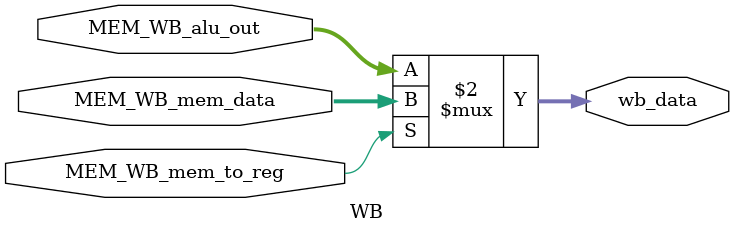
<source format=sv>
module WB (
  input               MEM_WB_mem_to_reg ,
  input        [31:0] MEM_WB_mem_data   ,
  input        [31:0] MEM_WB_alu_out    ,
  output logic [31:0] wb_data           
);

//         Register MEM/WB

always_comb begin : proc_mem_wb_register
  wb_data = (MEM_WB_mem_to_reg) ? MEM_WB_mem_data : MEM_WB_alu_out;
end

endmodule : WB
</source>
